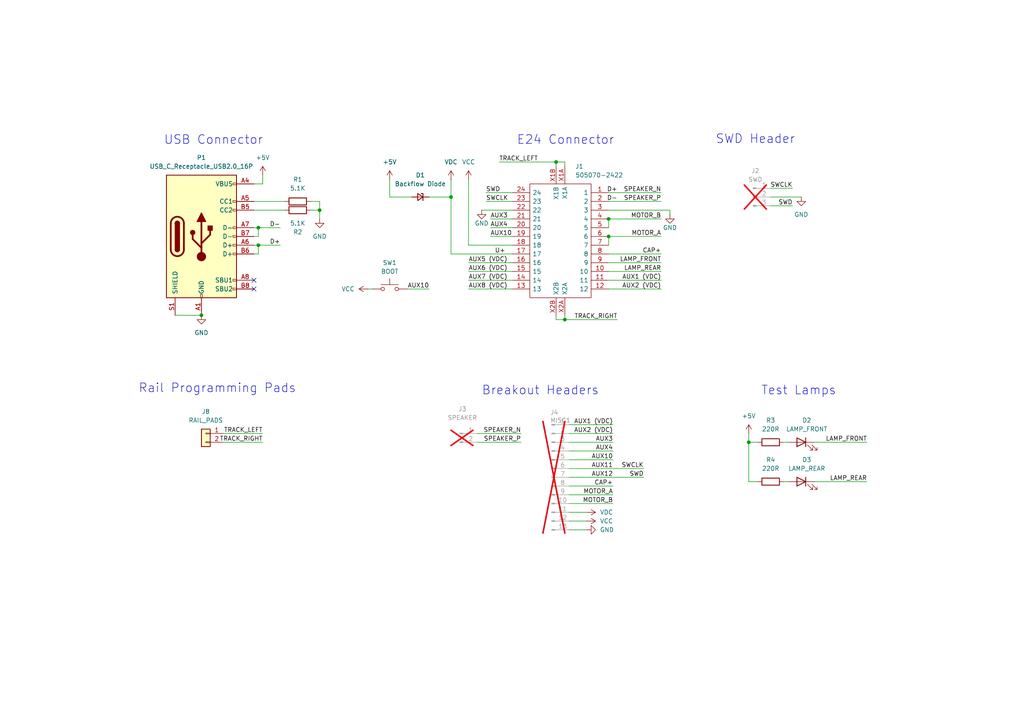
<source format=kicad_sch>
(kicad_sch (version 20231120) (generator "eeschema") (generator_version "8.0")
  (paper "A4")
  (lib_symbols
    (symbol "Connector:Conn_01x02_Pin" (pin_names (offset 1.016) hide)
      (property "Reference" "J" (at 0 2.54 0))
      (property "Value" "Conn_01x02_Pin" (at 0 -5.08 0))
      (symbol "Conn_01x02_Pin_1_1"
        (polyline (pts (xy 1.27 -2.54) (xy 0.8636 -2.54)) (stroke (width 0.1524)))
        (polyline (pts (xy 1.27 0) (xy 0.8636 0)) (stroke (width 0.1524)))
        (rectangle (start 0.8636 -2.413) (end 0 -2.667) (stroke (width 0.1524)) (fill (type outline)))
        (rectangle (start 0.8636 0.127) (end 0 -0.127) (stroke (width 0.1524)) (fill (type outline)))
        (pin passive line (at 5.08 0 180) (length 3.81) (name "Pin_1") (number "1"))
        (pin passive line (at 5.08 -2.54 180) (length 3.81) (name "Pin_2") (number "2"))
      )
    )
    (symbol "Connector:Conn_01x03_Pin" (pin_names (offset 1.016) hide)
      (property "Reference" "J" (at 0 5.08 0))
      (property "Value" "Conn_01x03_Pin" (at 0 -5.08 0))
      (symbol "Conn_01x03_Pin_1_1"
        (polyline (pts (xy 1.27 -2.54) (xy 0.8636 -2.54)) (stroke (width 0.1524)))
        (polyline (pts (xy 1.27 0) (xy 0.8636 0)) (stroke (width 0.1524)))
        (polyline (pts (xy 1.27 2.54) (xy 0.8636 2.54)) (stroke (width 0.1524)))
        (rectangle (start 0.8636 -2.413) (end 0 -2.667) (stroke (width 0.1524)) (fill (type outline)))
        (rectangle (start 0.8636 0.127) (end 0 -0.127) (stroke (width 0.1524)) (fill (type outline)))
        (rectangle (start 0.8636 2.667) (end 0 2.413) (stroke (width 0.1524)) (fill (type outline)))
        (pin passive line (at 5.08 2.54 180) (length 3.81) (name "Pin_1") (number "1"))
        (pin passive line (at 5.08 0 180) (length 3.81) (name "Pin_2") (number "2"))
        (pin passive line (at 5.08 -2.54 180) (length 3.81) (name "Pin_3") (number "3"))
      )
    )
    (symbol "Connector:Conn_01x13_Pin" (pin_names (offset 1.016) hide)
      (property "Reference" "J" (at 0 17.78 0))
      (property "Value" "Conn_01x13_Pin" (at 0 -17.78 0))
      (symbol "Conn_01x13_Pin_1_1"
        (polyline (pts (xy 1.27 -15.24) (xy 0.8636 -15.24)) (stroke (width 0.1524)))
        (polyline (pts (xy 1.27 -12.7) (xy 0.8636 -12.7)) (stroke (width 0.1524)))
        (polyline (pts (xy 1.27 -10.16) (xy 0.8636 -10.16)) (stroke (width 0.1524)))
        (polyline (pts (xy 1.27 -7.62) (xy 0.8636 -7.62)) (stroke (width 0.1524)))
        (polyline (pts (xy 1.27 -5.08) (xy 0.8636 -5.08)) (stroke (width 0.1524)))
        (polyline (pts (xy 1.27 -2.54) (xy 0.8636 -2.54)) (stroke (width 0.1524)))
        (polyline (pts (xy 1.27 0) (xy 0.8636 0)) (stroke (width 0.1524)))
        (polyline (pts (xy 1.27 2.54) (xy 0.8636 2.54)) (stroke (width 0.1524)))
        (polyline (pts (xy 1.27 5.08) (xy 0.8636 5.08)) (stroke (width 0.1524)))
        (polyline (pts (xy 1.27 7.62) (xy 0.8636 7.62)) (stroke (width 0.1524)))
        (polyline (pts (xy 1.27 10.16) (xy 0.8636 10.16)) (stroke (width 0.1524)))
        (polyline (pts (xy 1.27 12.7) (xy 0.8636 12.7)) (stroke (width 0.1524)))
        (polyline (pts (xy 1.27 15.24) (xy 0.8636 15.24)) (stroke (width 0.1524)))
        (rectangle (start 0.8636 -15.113) (end 0 -15.367) (stroke (width 0.1524)) (fill (type outline)))
        (rectangle (start 0.8636 -12.573) (end 0 -12.827) (stroke (width 0.1524)) (fill (type outline)))
        (rectangle (start 0.8636 -10.033) (end 0 -10.287) (stroke (width 0.1524)) (fill (type outline)))
        (rectangle (start 0.8636 -7.493) (end 0 -7.747) (stroke (width 0.1524)) (fill (type outline)))
        (rectangle (start 0.8636 -4.953) (end 0 -5.207) (stroke (width 0.1524)) (fill (type outline)))
        (rectangle (start 0.8636 -2.413) (end 0 -2.667) (stroke (width 0.1524)) (fill (type outline)))
        (rectangle (start 0.8636 0.127) (end 0 -0.127) (stroke (width 0.1524)) (fill (type outline)))
        (rectangle (start 0.8636 2.667) (end 0 2.413) (stroke (width 0.1524)) (fill (type outline)))
        (rectangle (start 0.8636 5.207) (end 0 4.953) (stroke (width 0.1524)) (fill (type outline)))
        (rectangle (start 0.8636 7.747) (end 0 7.493) (stroke (width 0.1524)) (fill (type outline)))
        (rectangle (start 0.8636 10.287) (end 0 10.033) (stroke (width 0.1524)) (fill (type outline)))
        (rectangle (start 0.8636 12.827) (end 0 12.573) (stroke (width 0.1524)) (fill (type outline)))
        (rectangle (start 0.8636 15.367) (end 0 15.113) (stroke (width 0.1524)) (fill (type outline)))
        (pin passive line (at 5.08 15.24 180) (length 3.81) (name "Pin_1") (number "1"))
        (pin passive line (at 5.08 -7.62 180) (length 3.81) (name "Pin_10") (number "10"))
        (pin passive line (at 5.08 -10.16 180) (length 3.81) (name "Pin_11") (number "11"))
        (pin passive line (at 5.08 -12.7 180) (length 3.81) (name "Pin_12") (number "12"))
        (pin passive line (at 5.08 -15.24 180) (length 3.81) (name "Pin_13") (number "13"))
        (pin passive line (at 5.08 12.7 180) (length 3.81) (name "Pin_2") (number "2"))
        (pin passive line (at 5.08 10.16 180) (length 3.81) (name "Pin_3") (number "3"))
        (pin passive line (at 5.08 7.62 180) (length 3.81) (name "Pin_4") (number "4"))
        (pin passive line (at 5.08 5.08 180) (length 3.81) (name "Pin_5") (number "5"))
        (pin passive line (at 5.08 2.54 180) (length 3.81) (name "Pin_6") (number "6"))
        (pin passive line (at 5.08 0 180) (length 3.81) (name "Pin_7") (number "7"))
        (pin passive line (at 5.08 -2.54 180) (length 3.81) (name "Pin_8") (number "8"))
        (pin passive line (at 5.08 -5.08 180) (length 3.81) (name "Pin_9") (number "9"))
      )
    )
    (symbol "Connector:USB_C_Receptacle_USB2.0_16P" (pin_names (offset 1.016))
      (property "Reference" "J" (at 0 22.225 0))
      (property "Value" "USB_C_Receptacle_USB2.0_16P" (at 0 19.685 0))
      (symbol "USB_C_Receptacle_USB2.0_16P_0_0"
        (rectangle (start -0.254 -17.78) (end 0.254 -16.764))
        (rectangle (start 10.16 -14.986) (end 9.144 -15.494))
        (rectangle (start 10.16 -12.446) (end 9.144 -12.954))
        (rectangle (start 10.16 -4.826) (end 9.144 -5.334))
        (rectangle (start 10.16 -2.286) (end 9.144 -2.794))
        (rectangle (start 10.16 0.254) (end 9.144 -0.254))
        (rectangle (start 10.16 2.794) (end 9.144 2.286))
        (rectangle (start 10.16 7.874) (end 9.144 7.366))
        (rectangle (start 10.16 10.414) (end 9.144 9.906))
        (rectangle (start 10.16 15.494) (end 9.144 14.986))
      )
      (symbol "USB_C_Receptacle_USB2.0_16P_0_1"
        (rectangle (start -10.16 17.78) (end 10.16 -17.78) (stroke (width 0.254)) (fill (type background)))
        (arc (start -8.89 -3.81) (mid -6.985 -5.7067) (end -5.08 -3.81) (stroke (width 0.508)))
        (arc (start -7.62 -3.81) (mid -6.985 -4.4423) (end -6.35 -3.81) (stroke (width 0.254)))
        (arc (start -7.62 -3.81) (mid -6.985 -4.4423) (end -6.35 -3.81) (stroke (width 0.254)) (fill (type outline)))
        (rectangle (start -7.62 -3.81) (end -6.35 3.81) (stroke (width 0.254)) (fill (type outline)))
        (arc (start -6.35 3.81) (mid -6.985 4.4423) (end -7.62 3.81) (stroke (width 0.254)))
        (arc (start -6.35 3.81) (mid -6.985 4.4423) (end -7.62 3.81) (stroke (width 0.254)) (fill (type outline)))
        (arc (start -5.08 3.81) (mid -6.985 5.7067) (end -8.89 3.81) (stroke (width 0.508)))
        (circle (center -2.54 1.143) (radius 0.635) (stroke (width 0.254)) (fill (type outline)))
        (circle (center 0 -5.842) (radius 1.27) (fill (type outline)))
        (polyline (pts (xy -8.89 -3.81) (xy -8.89 3.81)) (stroke (width 0.508)))
        (polyline (pts (xy -5.08 3.81) (xy -5.08 -3.81)) (stroke (width 0.508)))
        (polyline (pts (xy 0 -5.842) (xy 0 4.318)) (stroke (width 0.508)))
        (polyline (pts (xy 0 -3.302) (xy -2.54 -0.762) (xy -2.54 0.508)) (stroke (width 0.508)))
        (polyline (pts (xy 0 -2.032) (xy 2.54 0.508) (xy 2.54 1.778)) (stroke (width 0.508)))
        (polyline (pts (xy -1.27 4.318) (xy 0 6.858) (xy 1.27 4.318) (xy -1.27 4.318)) (stroke (width 0.254)) (fill (type outline)))
        (rectangle (start 1.905 1.778) (end 3.175 3.048) (stroke (width 0.254)) (fill (type outline)))
      )
      (symbol "USB_C_Receptacle_USB2.0_16P_1_1"
        (pin passive line (at 0 -22.86 90) (length 5.08) (name "GND") (number "A1"))
        (pin passive line (at 0 -22.86 90) (length 5.08) hide (name "GND") (number "A12"))
        (pin passive line (at 15.24 15.24 180) (length 5.08) (name "VBUS") (number "A4"))
        (pin bidirectional line (at 15.24 10.16 180) (length 5.08) (name "CC1") (number "A5"))
        (pin bidirectional line (at 15.24 -2.54 180) (length 5.08) (name "D+") (number "A6"))
        (pin bidirectional line (at 15.24 2.54 180) (length 5.08) (name "D-") (number "A7"))
        (pin bidirectional line (at 15.24 -12.7 180) (length 5.08) (name "SBU1") (number "A8"))
        (pin passive line (at 15.24 15.24 180) (length 5.08) hide (name "VBUS") (number "A9"))
        (pin passive line (at 0 -22.86 90) (length 5.08) hide (name "GND") (number "B1"))
        (pin passive line (at 0 -22.86 90) (length 5.08) hide (name "GND") (number "B12"))
        (pin passive line (at 15.24 15.24 180) (length 5.08) hide (name "VBUS") (number "B4"))
        (pin bidirectional line (at 15.24 7.62 180) (length 5.08) (name "CC2") (number "B5"))
        (pin bidirectional line (at 15.24 -5.08 180) (length 5.08) (name "D+") (number "B6"))
        (pin bidirectional line (at 15.24 0 180) (length 5.08) (name "D-") (number "B7"))
        (pin bidirectional line (at 15.24 -15.24 180) (length 5.08) (name "SBU2") (number "B8"))
        (pin passive line (at 15.24 15.24 180) (length 5.08) hide (name "VBUS") (number "B9"))
        (pin passive line (at -7.62 -22.86 90) (length 5.08) (name "SHIELD") (number "S1"))
      )
    )
    (symbol "Connector_Generic:Conn_01x02" (pin_names (offset 1.016) hide)
      (property "Reference" "J" (at 0 2.54 0))
      (property "Value" "Conn_01x02" (at 0 -5.08 0))
      (symbol "Conn_01x02_1_1"
        (rectangle (start -1.27 -2.413) (end 0 -2.667) (stroke (width 0.1524)))
        (rectangle (start -1.27 0.127) (end 0 -0.127) (stroke (width 0.1524)))
        (rectangle (start -1.27 1.27) (end 1.27 -3.81) (stroke (width 0.254)) (fill (type background)))
        (pin passive line (at -5.08 0 0) (length 3.81) (name "Pin_1") (number "1"))
        (pin passive line (at -5.08 -2.54 0) (length 3.81) (name "Pin_2") (number "2"))
      )
    )
    (symbol "Device:D_Zener_Small" (pin_numbers hide) (pin_names (offset 0.254) hide)
      (property "Reference" "D" (at 0 2.286 0))
      (property "Value" "D_Zener_Small" (at 0 -2.286 0))
      (symbol "D_Zener_Small_0_1"
        (polyline (pts (xy 0.762 0) (xy -0.762 0)))
        (polyline (pts (xy -0.254 1.016) (xy -0.762 1.016) (xy -0.762 -1.016)) (stroke (width 0.254)))
        (polyline (pts (xy 0.762 1.016) (xy -0.762 0) (xy 0.762 -1.016) (xy 0.762 1.016)) (stroke (width 0.254)))
      )
      (symbol "D_Zener_Small_1_1"
        (pin passive line (at -2.54 0 0) (length 1.778) (name "K") (number "1"))
        (pin passive line (at 2.54 0 180) (length 1.778) (name "A") (number "2"))
      )
    )
    (symbol "Device:LED" (pin_numbers hide) (pin_names (offset 1.016) hide)
      (property "Reference" "D" (at 0 2.54 0))
      (property "Value" "LED" (at 0 -2.54 0))
      (symbol "LED_0_1"
        (polyline (pts (xy -1.27 -1.27) (xy -1.27 1.27)) (stroke (width 0.254)))
        (polyline (pts (xy -1.27 0) (xy 1.27 0)))
        (polyline (pts (xy 1.27 -1.27) (xy 1.27 1.27) (xy -1.27 0) (xy 1.27 -1.27)) (stroke (width 0.254)))
        (polyline (pts (xy -3.048 -0.762) (xy -4.572 -2.286) (xy -3.81 -2.286) (xy -4.572 -2.286) (xy -4.572 -1.524)))
        (polyline (pts (xy -1.778 -0.762) (xy -3.302 -2.286) (xy -2.54 -2.286) (xy -3.302 -2.286) (xy -3.302 -1.524)))
      )
      (symbol "LED_1_1"
        (pin passive line (at -3.81 0 0) (length 2.54) (name "K") (number "1"))
        (pin passive line (at 3.81 0 180) (length 2.54) (name "A") (number "2"))
      )
    )
    (symbol "Device:R" (pin_numbers hide) (pin_names (offset 0))
      (property "Reference" "R" (at 2.032 0 90))
      (property "Value" "R" (at 0 0 90))
      (symbol "R_0_1"
        (rectangle (start -1.016 -2.54) (end 1.016 2.54) (stroke (width 0.254)))
      )
      (symbol "R_1_1"
        (pin passive line (at 0 3.81 270) (length 1.27) (name "~") (number "1"))
        (pin passive line (at 0 -3.81 90) (length 1.27) (name "~") (number "2"))
      )
    )
    (symbol "GND_1" (power) (pin_numbers hide) (pin_names (offset 0) hide)
      (property "Value" "GND" (at 0 -3.81 0))
      (symbol "GND_1_0_1"
        (polyline (pts (xy 0 0) (xy 0 -1.27) (xy 1.27 -1.27) (xy 0 -2.54) (xy -1.27 -1.27) (xy 0 -1.27)))
      )
      (symbol "GND_1_1_1"
        (pin power_in line (at 0 0 270) (length 0) (name "~") (number "1"))
      )
    )
    (symbol "Local Symbol Library:505070-2422" (pin_names (offset 0.762))
      (property "Reference" "J" (at 39.37 12.7 0))
      (property "Value" "505070-2422" (at 39.37 10.16 0))
      (symbol "505070-2422_0_1"
        (polyline (pts (xy 5.08 7.62) (xy 38.1 7.62) (xy 38.1 -10.16) (xy 5.08 -10.16) (xy 5.08 7.62)) (stroke (width 0.1524)))
      )
      (symbol "505070-2422_1_0"
        (pin passive line (at 7.62 12.7 270) (length 5.08) (name "1") (number "1"))
        (pin passive line (at 30.48 12.7 270) (length 5.08) (name "10") (number "10"))
        (pin passive line (at 33.02 12.7 270) (length 5.08) (name "11") (number "11"))
        (pin passive line (at 35.56 12.7 270) (length 5.08) (name "12") (number "12"))
        (pin passive line (at 35.56 -15.24 90) (length 5.08) (name "13") (number "13"))
        (pin passive line (at 33.02 -15.24 90) (length 5.08) (name "14") (number "14"))
        (pin passive line (at 30.48 -15.24 90) (length 5.08) (name "15") (number "15"))
        (pin passive line (at 27.94 -15.24 90) (length 5.08) (name "16") (number "16"))
        (pin passive line (at 25.4 -15.24 90) (length 5.08) (name "17") (number "17"))
        (pin passive line (at 22.86 -15.24 90) (length 5.08) (name "18") (number "18"))
        (pin passive line (at 20.32 -15.24 90) (length 5.08) (name "19") (number "19"))
        (pin passive line (at 10.16 12.7 270) (length 5.08) (name "2") (number "2"))
        (pin passive line (at 17.78 -15.24 90) (length 5.08) (name "20") (number "20"))
        (pin passive line (at 15.24 -15.24 90) (length 5.08) (name "21") (number "21"))
        (pin passive line (at 12.7 -15.24 90) (length 5.08) (name "22") (number "22"))
        (pin passive line (at 10.16 -15.24 90) (length 5.08) (name "23") (number "23"))
        (pin passive line (at 7.62 -15.24 90) (length 5.08) (name "24") (number "24"))
        (pin passive line (at 12.7 12.7 270) (length 5.08) (name "3") (number "3"))
        (pin passive line (at 15.24 12.7 270) (length 5.08) (name "4") (number "4"))
        (pin passive line (at 17.78 12.7 270) (length 5.08) (name "5") (number "5"))
        (pin passive line (at 20.32 12.7 270) (length 5.08) (name "6") (number "6"))
        (pin passive line (at 22.86 12.7 270) (length 5.08) (name "7") (number "7"))
        (pin passive line (at 25.4 12.7 270) (length 5.08) (name "8") (number "8"))
        (pin passive line (at 27.94 12.7 270) (length 5.08) (name "9") (number "9"))
        (pin passive line (at 0 0 0) (length 5.08) (name "X1A") (number "X1A"))
        (pin passive line (at 0 -2.54 0) (length 5.08) (name "X1B") (number "X1B"))
        (pin passive line (at 43.18 0 180) (length 5.08) (name "X2A") (number "X2A"))
        (pin passive line (at 43.18 -2.54 180) (length 5.08) (name "X2B") (number "X2B"))
      )
    )
    (symbol "Switch:SW_Push" (pin_numbers hide) (pin_names (offset 1.016) hide)
      (property "Reference" "SW" (at 1.27 2.54 0))
      (property "Value" "SW_Push" (at 0 -1.524 0))
      (symbol "SW_Push_0_1"
        (circle (center -2.032 0) (radius 0.508))
        (polyline (pts (xy 0 1.27) (xy 0 3.048)))
        (polyline (pts (xy 2.54 1.27) (xy -2.54 1.27)))
        (circle (center 2.032 0) (radius 0.508))
        (pin passive line (at -5.08 0 0) (length 2.54) (name "1") (number "1"))
        (pin passive line (at 5.08 0 180) (length 2.54) (name "2") (number "2"))
      )
    )
    (symbol "power:+5V" (power) (pin_numbers hide) (pin_names (offset 0) hide)
      (property "Value" "+5V" (at 0 3.556 0))
      (symbol "+5V_0_1"
        (polyline (pts (xy -0.762 1.27) (xy 0 2.54)))
        (polyline (pts (xy 0 0) (xy 0 2.54)))
        (polyline (pts (xy 0 2.54) (xy 0.762 1.27)))
      )
      (symbol "+5V_1_1"
        (pin power_in line (at 0 0 90) (length 0) (name "~") (number "1"))
      )
    )
    (symbol "power:GND" (power) (pin_numbers hide) (pin_names (offset 0) hide)
      (property "Value" "GND" (at 0 -3.81 0))
      (symbol "GND_0_1"
        (polyline (pts (xy 0 0) (xy 0 -1.27) (xy 1.27 -1.27) (xy 0 -2.54) (xy -1.27 -1.27) (xy 0 -1.27)))
      )
      (symbol "GND_1_1"
        (pin power_in line (at 0 0 270) (length 0) (name "~") (number "1"))
      )
    )
    (symbol "power:VCC" (power) (pin_numbers hide) (pin_names (offset 0) hide)
      (property "Value" "VCC" (at 0 3.556 0))
      (symbol "VCC_0_1"
        (polyline (pts (xy -0.762 1.27) (xy 0 2.54)))
        (polyline (pts (xy 0 0) (xy 0 2.54)))
        (polyline (pts (xy 0 2.54) (xy 0.762 1.27)))
      )
      (symbol "VCC_1_1"
        (pin power_in line (at 0 0 90) (length 0) (name "~") (number "1"))
      )
    )
    (symbol "power:VDC" (power) (pin_numbers hide) (pin_names (offset 0) hide)
      (property "Value" "VDC" (at 0 3.556 0))
      (symbol "VDC_0_1"
        (polyline (pts (xy -0.762 1.27) (xy 0 2.54)))
        (polyline (pts (xy 0 0) (xy 0 2.54)))
        (polyline (pts (xy 0 2.54) (xy 0.762 1.27)))
      )
      (symbol "VDC_1_1"
        (pin power_in line (at 0 0 90) (length 0) (name "~") (number "1"))
      )
    )
  )
  (junction (at 74.93 71.12))
  (junction (at 161.29 46.99))
  (junction (at 58.42 91.44))
  (junction (at 92.71 60.96))
  (junction (at 176.53 68.58))
  (junction (at 74.93 66.04))
  (junction (at 130.81 57.15))
  (junction (at 217.17 128.27))
  (junction (at 176.53 63.5))
  (junction (at 163.83 92.71))
  (no_connect (at 73.66 83.82))
  (no_connect (at 73.66 81.28))
  (wire (pts (xy 135.89 71.12) (xy 148.59 71.12)))
  (wire (pts (xy 165.1 143.51) (xy 177.8 143.51)))
  (wire (pts (xy 223.52 59.69) (xy 229.87 59.69)))
  (wire (pts (xy 74.93 73.66) (xy 74.93 71.12)))
  (wire (pts (xy 130.81 73.66) (xy 148.59 73.66)))
  (wire (pts (xy 217.17 128.27) (xy 219.71 128.27)))
  (wire (pts (xy 113.03 57.15) (xy 113.03 52.07)))
  (wire (pts (xy 144.78 46.99) (xy 161.29 46.99)))
  (wire (pts (xy 106.68 83.82) (xy 107.95 83.82)))
  (wire (pts (xy 92.71 58.42) (xy 90.17 58.42)))
  (wire (pts (xy 92.71 63.5) (xy 92.71 60.96)))
  (wire (pts (xy 64.77 125.73) (xy 76.2 125.73)))
  (wire (pts (xy 165.1 130.81) (xy 177.8 130.81)))
  (wire (pts (xy 165.1 146.05) (xy 177.8 146.05)))
  (wire (pts (xy 135.89 81.28) (xy 148.59 81.28)))
  (wire (pts (xy 142.24 63.5) (xy 148.59 63.5)))
  (wire (pts (xy 163.83 48.26) (xy 163.83 46.99)))
  (wire (pts (xy 138.43 128.27) (xy 151.13 128.27)))
  (wire (pts (xy 191.77 81.28) (xy 176.53 81.28)))
  (wire (pts (xy 74.93 66.04) (xy 81.28 66.04)))
  (wire (pts (xy 161.29 91.44) (xy 161.29 92.71)))
  (wire (pts (xy 223.52 54.61) (xy 229.87 54.61)))
  (wire (pts (xy 119.38 57.15) (xy 113.03 57.15)))
  (wire (pts (xy 165.1 148.59) (xy 170.18 148.59)))
  (wire (pts (xy 165.1 153.67) (xy 170.18 153.67)))
  (wire (pts (xy 227.33 139.7) (xy 228.6 139.7)))
  (wire (pts (xy 50.8 91.44) (xy 58.42 91.44)))
  (wire (pts (xy 163.83 92.71) (xy 179.07 92.71)))
  (wire (pts (xy 135.89 52.07) (xy 135.89 71.12)))
  (wire (pts (xy 227.33 128.27) (xy 228.6 128.27)))
  (wire (pts (xy 64.77 128.27) (xy 76.2 128.27)))
  (wire (pts (xy 165.1 123.19) (xy 177.8 123.19)))
  (wire (pts (xy 73.66 66.04) (xy 74.93 66.04)))
  (wire (pts (xy 138.43 125.73) (xy 151.13 125.73)))
  (wire (pts (xy 176.53 55.88) (xy 191.77 55.88)))
  (wire (pts (xy 163.83 91.44) (xy 163.83 92.71)))
  (wire (pts (xy 76.2 50.8) (xy 76.2 53.34)))
  (wire (pts (xy 161.29 46.99) (xy 163.83 46.99)))
  (wire (pts (xy 165.1 133.35) (xy 177.8 133.35)))
  (wire (pts (xy 73.66 71.12) (xy 74.93 71.12)))
  (wire (pts (xy 135.89 78.74) (xy 148.59 78.74)))
  (wire (pts (xy 236.22 139.7) (xy 251.46 139.7)))
  (wire (pts (xy 130.81 52.07) (xy 130.81 57.15)))
  (wire (pts (xy 191.77 78.74) (xy 176.53 78.74)))
  (wire (pts (xy 165.1 151.13) (xy 170.18 151.13)))
  (wire (pts (xy 130.81 57.15) (xy 130.81 73.66)))
  (wire (pts (xy 161.29 92.71) (xy 163.83 92.71)))
  (wire (pts (xy 142.24 66.04) (xy 148.59 66.04)))
  (wire (pts (xy 140.97 55.88) (xy 148.59 55.88)))
  (wire (pts (xy 191.77 76.2) (xy 176.53 76.2)))
  (wire (pts (xy 176.53 58.42) (xy 191.77 58.42)))
  (wire (pts (xy 191.77 83.82) (xy 176.53 83.82)))
  (wire (pts (xy 217.17 139.7) (xy 217.17 128.27)))
  (wire (pts (xy 74.93 71.12) (xy 81.28 71.12)))
  (wire (pts (xy 142.24 68.58) (xy 148.59 68.58)))
  (wire (pts (xy 176.53 63.5) (xy 176.53 66.04)))
  (wire (pts (xy 92.71 60.96) (xy 92.71 58.42)))
  (wire (pts (xy 165.1 128.27) (xy 177.8 128.27)))
  (wire (pts (xy 161.29 48.26) (xy 161.29 46.99)))
  (wire (pts (xy 76.2 53.34) (xy 73.66 53.34)))
  (wire (pts (xy 124.46 57.15) (xy 130.81 57.15)))
  (wire (pts (xy 165.1 140.97) (xy 177.8 140.97)))
  (wire (pts (xy 73.66 68.58) (xy 74.93 68.58)))
  (wire (pts (xy 74.93 68.58) (xy 74.93 66.04)))
  (wire (pts (xy 165.1 125.73) (xy 177.8 125.73)))
  (wire (pts (xy 165.1 135.89) (xy 186.69 135.89)))
  (wire (pts (xy 194.31 60.96) (xy 176.53 60.96)))
  (wire (pts (xy 165.1 138.43) (xy 186.69 138.43)))
  (wire (pts (xy 176.53 68.58) (xy 176.53 71.12)))
  (wire (pts (xy 217.17 125.73) (xy 217.17 128.27)))
  (wire (pts (xy 219.71 139.7) (xy 217.17 139.7)))
  (wire (pts (xy 73.66 73.66) (xy 74.93 73.66)))
  (wire (pts (xy 223.52 57.15) (xy 232.41 57.15)))
  (wire (pts (xy 236.22 128.27) (xy 251.46 128.27)))
  (wire (pts (xy 176.53 68.58) (xy 191.77 68.58)))
  (wire (pts (xy 194.31 62.23) (xy 194.31 60.96)))
  (wire (pts (xy 73.66 58.42) (xy 82.55 58.42)))
  (wire (pts (xy 90.17 60.96) (xy 92.71 60.96)))
  (wire (pts (xy 135.89 83.82) (xy 148.59 83.82)))
  (wire (pts (xy 140.97 58.42) (xy 148.59 58.42)))
  (wire (pts (xy 118.11 83.82) (xy 124.46 83.82)))
  (wire (pts (xy 176.53 63.5) (xy 191.77 63.5)))
  (wire (pts (xy 135.89 76.2) (xy 148.59 76.2)))
  (wire (pts (xy 191.77 73.66) (xy 176.53 73.66)))
  (wire (pts (xy 73.66 60.96) (xy 82.55 60.96)))
  (wire (pts (xy 139.7 60.96) (xy 148.59 60.96)))
  (text "Rail Programming Pads" (at 40.132 114.173 0) (effects (font (size 2.54 2.54)) (justify left bottom)))
  (text "E24 Connector" (at 149.86 42.164 0) (effects (font (size 2.54 2.54)) (justify left bottom)))
  (text "SWD Header" (at 207.518 41.91 0) (effects (font (size 2.54 2.54)) (justify left bottom)))
  (text "USB Connector" (at 47.498 42.164 0) (effects (font (size 2.54 2.54)) (justify left bottom)))
  (text "Test Lamps" (at 220.726 114.808 0) (effects (font (size 2.54 2.54)) (justify left bottom)))
  (text "Breakout Headers" (at 139.7 114.808 0) (effects (font (size 2.54 2.54)) (justify left bottom)))
  (label "AUX5 (VDC)" (at 135.89 76.2 0))
  (label "AUX10" (at 142.24 68.58 0))
  (label "D+" (at 179.07 55.88 180))
  (label "AUX3" (at 177.8 128.27 180))
  (label "SWCLK" (at 186.69 135.89 180))
  (label "AUX4" (at 142.24 66.04 0))
  (label "MOTOR_A" (at 177.8 143.51 180))
  (label "U+" (at 143.51 73.66 0))
  (label "AUX7 (VDC)" (at 135.89 81.28 0))
  (label "CAP+" (at 177.8 140.97 180))
  (label "TRACK_LEFT" (at 144.78 46.99 0))
  (label "AUX4" (at 177.8 130.81 180))
  (label "TRACK_RIGHT" (at 76.2 128.27 180))
  (label "AUX2 (VDC)" (at 191.77 83.82 180))
  (label "SPEAKER_N" (at 151.13 125.73 180))
  (label "D-" (at 81.28 66.04 180))
  (label "SWCLK" (at 229.87 54.61 180))
  (label "MOTOR_A" (at 191.77 68.58 180))
  (label "TRACK_LEFT" (at 76.2 125.73 180))
  (label "SPEAKER_P" (at 191.77 58.42 180))
  (label "SWD" (at 186.69 138.43 180))
  (label "MOTOR_B" (at 191.77 63.5 180))
  (label "LAMP_REAR" (at 251.46 139.7 180))
  (label "AUX1 (VDC)" (at 191.77 81.28 180))
  (label "AUX11" (at 177.8 135.89 180))
  (label "AUX2 (VDC)" (at 177.8 125.73 180))
  (label "CAP+" (at 191.77 73.66 180))
  (label "SWD" (at 140.97 55.88 0))
  (label "SPEAKER_P" (at 151.13 128.27 180))
  (label "AUX6 (VDC)" (at 135.89 78.74 0))
  (label "AUX8 (VDC)" (at 135.89 83.82 0))
  (label "LAMP_REAR" (at 191.77 78.74 180))
  (label "SPEAKER_N" (at 191.77 55.88 180))
  (label "LAMP_FRONT" (at 251.46 128.27 180))
  (label "LAMP_FRONT" (at 191.77 76.2 180))
  (label "D-" (at 179.07 58.42 180))
  (label "AUX1 (VDC)" (at 177.8 123.19 180))
  (label "D+" (at 81.28 71.12 180))
  (label "SWD" (at 229.87 59.69 180))
  (label "MOTOR_B" (at 177.8 146.05 180))
  (label "AUX10" (at 124.46 83.82 180))
  (label "AUX10" (at 177.8 133.35 180))
  (label "TRACK_RIGHT" (at 179.07 92.71 180))
  (label "AUX3" (at 142.24 63.5 0))
  (label "SWCLK" (at 140.97 58.42 0))
  (label "AUX12" (at 177.8 138.43 180))
  (symbol (lib_id "power:VCC") (at 170.18 151.13 270) (unit 1)
    (property "Reference" "#PWR011" (effects (hide yes)))
    (property "Value" "VCC" (at 173.99 151.1299 90) (effects (justify left)))
    (property "Description" "Power symbol creates a global label with name \"VCC\"" (effects (hide yes)))
  )
  (symbol (lib_id "power:GND") (at 170.18 153.67 90) (unit 1)
    (property "Reference" "#PWR09" (effects (hide yes)))
    (property "Value" "GND" (at 173.99 153.6699 90) (effects (justify right)))
    (property "Description" "Power symbol creates a global label with name \"GND\" , ground" (effects (hide yes)))
  )
  (symbol (lib_id "power:GND") (at 232.41 57.15 0) (mirror y) (unit 1)
    (property "Reference" "#PWR07" (effects (hide yes)))
    (property "Value" "GND" (at 232.41 62.23 0))
    (property "Description" "Power symbol creates a global label with name \"GND\" , ground" (effects (hide yes)))
  )
  (symbol (lib_id "Connector:Conn_01x02_Pin") (at 133.35 125.73 0) (unit 1) (in_bom no) (dnp yes)
    (property "Reference" "J3" (at 134.112 118.618 0))
    (property "Value" "SPEAKER" (at 134.112 121.158 0))
    (property "Footprint" "Connector_PinHeader_2.54mm:PinHeader_1x02_P2.54mm_Vertical" (effects (hide yes)))
    (property "Description" "Generic connector, single row, 01x02, script generated" (effects (hide yes)))
  )
  (symbol (lib_id "Device:LED") (at 232.41 139.7 0) (mirror y) (unit 1)
    (property "Reference" "D3" (at 233.9975 133.35 0))
    (property "Value" "LAMP_REAR" (at 233.9975 135.89 0))
    (property "Footprint" "LED_SMD:LED_0603_1608Metric_Pad1.05x0.95mm_HandSolder" (effects (hide yes)))
    (property "Description" "Light emitting diode" (effects (hide yes)))
    (property "LCSC" "C2290" (effects (hide yes)))
  )
  (symbol (lib_id "power:VDC") (at 170.18 148.59 270) (unit 1)
    (property "Reference" "#PWR013" (effects (hide yes)))
    (property "Value" "VDC" (at 173.99 148.5899 90) (effects (justify left)))
    (property "Description" "Power symbol creates a global label with name \"VDC\"" (effects (hide yes)))
  )
  (symbol (lib_id "power:+5V") (at 113.03 52.07 0) (unit 1)
    (property "Reference" "#PWR01" (effects (hide yes)))
    (property "Value" "+5V" (at 113.03 46.99 0))
    (property "Description" "Power symbol creates a global label with name \"+5V\"" (effects (hide yes)))
  )
  (symbol (lib_id "power:VDC") (at 130.81 52.07 0) (unit 1)
    (property "Reference" "#PWR012" (effects (hide yes)))
    (property "Value" "VDC" (at 130.81 46.99 0))
    (property "Description" "Power symbol creates a global label with name \"VDC\"" (effects (hide yes)))
  )
  (symbol (lib_id "Connector:USB_C_Receptacle_USB2.0_16P") (at 58.42 68.58 0) (unit 1)
    (property "Reference" "P1" (at 58.42 45.72 0))
    (property "Value" "USB_C_Receptacle_USB2.0_16P" (at 58.42 48.26 0))
    (property "Footprint" "Connector_USB:USB_C_Receptacle_GCT_USB4105-xx-A_16P_TopMnt_Horizontal" (effects (hide yes)))
    (property "Datasheet" "https://www.usb.org/sites/default/files/documents/usb_type-c.zip" (effects (hide yes)))
    (property "Description" "USB 2.0-only 16P Type-C Receptacle connector" (effects (hide yes)))
    (property "LCSC" "C2765186" (effects (hide yes)))
    (property "JLCPCB_CORRECTION" "0;-1.3;0" (effects (hide yes)))
  )
  (symbol (lib_id "Connector:Conn_01x13_Pin") (at 160.02 138.43 0) (unit 1) (dnp yes)
    (property "Reference" "J4" (at 160.782 119.634 0))
    (property "Value" "MISC1" (at 162.56 121.92 0))
    (property "Footprint" "Connector_PinHeader_2.54mm:PinHeader_1x13_P2.54mm_Vertical" (effects (hide yes)))
    (property "Description" "Generic connector, single row, 01x13, script generated" (effects (hide yes)))
  )
  (symbol (lib_id "Device:R") (at 86.36 60.96 270) (mirror x) (unit 1)
    (property "Reference" "R2" (at 86.36 67.31 90))
    (property "Value" "5.1K" (at 86.36 64.77 90))
    (property "Footprint" "Resistor_SMD:R_0805_2012Metric_Pad1.20x1.40mm_HandSolder" (effects (hide yes)))
    (property "Description" "Resistor" (effects (hide yes)))
    (property "LCSC" "C27834" (effects (hide yes)))
  )
  (symbol (lib_id "Switch:SW_Push") (at 113.03 83.82 0) (unit 1)
    (property "Reference" "SW1" (at 113.03 76.2 0))
    (property "Value" "BOOT" (at 113.03 78.74 0))
    (property "Footprint" "Local Library:Xunpu_TS-1088-AR02016" (effects (hide yes)))
    (property "Description" "Push button switch, generic, two pins" (effects (hide yes)))
    (property "LCSC" "C720477" (effects (hide yes)))
  )
  (symbol (lib_name "GND_1") (lib_id "power:GND") (at 194.31 62.23 0) (mirror y) (unit 1)
    (property "Reference" "#PWR03" (effects (hide yes)))
    (property "Value" "GND" (at 194.31 66.04 0))
    (property "Description" "Power symbol creates a global label with name \"GND\" , ground" (effects (hide yes)))
  )
  (symbol (lib_id "Device:R") (at 86.36 58.42 90) (unit 1)
    (property "Reference" "R1" (at 86.36 52.07 90))
    (property "Value" "5.1K" (at 86.36 54.61 90))
    (property "Footprint" "Resistor_SMD:R_0805_2012Metric_Pad1.20x1.40mm_HandSolder" (effects (hide yes)))
    (property "Description" "Resistor" (effects (hide yes)))
    (property "LCSC" "C27834" (effects (hide yes)))
  )
  (symbol (lib_name "GND_1") (lib_id "power:GND") (at 139.7 60.96 0) (unit 1)
    (property "Reference" "#PWR02" (effects (hide yes)))
    (property "Value" "GND" (at 139.7 64.77 0))
    (property "Description" "Power symbol creates a global label with name \"GND\" , ground" (effects (hide yes)))
  )
  (symbol (lib_id "power:GND") (at 92.71 63.5 0) (unit 1)
    (property "Reference" "#PWR06" (effects (hide yes)))
    (property "Value" "GND" (at 92.71 68.58 0))
    (property "Description" "Power symbol creates a global label with name \"GND\" , ground" (effects (hide yes)))
  )
  (symbol (lib_id "power:+5V") (at 217.17 125.73 0) (unit 1)
    (property "Reference" "#PWR08" (effects (hide yes)))
    (property "Value" "+5V" (at 217.17 120.65 0))
    (property "Description" "Power symbol creates a global label with name \"+5V\"" (effects (hide yes)))
  )
  (symbol (lib_id "power:+5V") (at 76.2 50.8 0) (unit 1)
    (property "Reference" "#PWR05" (effects (hide yes)))
    (property "Value" "+5V" (at 76.2 45.72 0))
    (property "Description" "Power symbol creates a global label with name \"+5V\"" (effects (hide yes)))
  )
  (symbol (lib_id "Local Symbol Library:505070-2422") (at 163.83 48.26 270) (unit 1)
    (property "Reference" "J1" (at 166.8465 48.26 90) (effects (justify left)))
    (property "Value" "505070-2422" (at 166.8465 50.8 90) (effects (justify left)))
    (property "Footprint" "5050702422" (effects (hide yes)))
    (property "Datasheet" "https://componentsearchengine.com/Datasheets/1/505070-2422.pdf" (effects (hide yes)))
    (property "Description" "SlimStack Board-to-Board Connector, 0.35mm Pitch, SSB RP Series, Plug, 0.60 or 0.70mm Mated Height, 2.00mm Mated Width,  Circuits, Armor Nail, 0.15mm Fitting Nail Width" (effects (hide yes)))
    (property "Description_1" "SlimStack Board-to-Board Connector, 0.35mm Pitch, SSB RP Series, Plug, 0.60 or 0.70mm Mated Height, 2.00mm Mated Width,  Circuits, Armor Nail, 0.15mm Fitting Nail Width" (effects (hide yes)))
    (property "Height" "0.53" (effects (hide yes)))
    (property "Manufacturer_Name" "Molex" (effects (hide yes)))
    (property "Manufacturer_Part_Number" "505070-2422" (effects (hide yes)))
    (property "LCSC" "C724143" (effects (hide yes)))
  )
  (symbol (lib_id "power:VCC") (at 106.68 83.82 90) (unit 1)
    (property "Reference" "#PWR010" (effects (hide yes)))
    (property "Value" "VCC" (at 102.87 83.8199 90) (effects (justify left)))
    (property "Description" "Power symbol creates a global label with name \"VCC\"" (effects (hide yes)))
  )
  (symbol (lib_id "Device:LED") (at 232.41 128.27 0) (mirror y) (unit 1)
    (property "Reference" "D2" (at 233.9975 121.92 0))
    (property "Value" "LAMP_FRONT" (at 233.9975 124.46 0))
    (property "Footprint" "LED_SMD:LED_0603_1608Metric_Pad1.05x0.95mm_HandSolder" (effects (hide yes)))
    (property "Description" "Light emitting diode" (effects (hide yes)))
    (property "LCSC" "C2290" (effects (hide yes)))
  )
  (symbol (lib_id "Device:R") (at 223.52 139.7 90) (unit 1)
    (property "Reference" "R4" (at 223.52 133.35 90))
    (property "Value" "220R" (at 223.52 135.89 90))
    (property "Footprint" "Resistor_SMD:R_0805_2012Metric_Pad1.20x1.40mm_HandSolder" (effects (hide yes)))
    (property "Description" "Resistor" (effects (hide yes)))
    (property "LCSC" "C22962" (effects (hide yes)))
  )
  (symbol (lib_id "power:VCC") (at 135.89 52.07 0) (unit 1)
    (property "Reference" "#PWR014" (effects (hide yes)))
    (property "Value" "VCC" (at 135.89 46.99 0))
    (property "Description" "Power symbol creates a global label with name \"VCC\"" (effects (hide yes)))
  )
  (symbol (lib_id "Connector:Conn_01x03_Pin") (at 218.44 57.15 0) (unit 1) (in_bom no) (dnp yes)
    (property "Reference" "J2" (at 219.075 49.53 0))
    (property "Value" "SWD" (at 219.075 52.07 0))
    (property "Footprint" "Connector_PinHeader_2.54mm:PinHeader_1x03_P2.54mm_Vertical" (effects (hide yes)))
    (property "Description" "Generic connector, single row, 01x03, script generated" (effects (hide yes)))
  )
  (symbol (lib_id "Device:R") (at 223.52 128.27 90) (unit 1)
    (property "Reference" "R3" (at 223.52 121.92 90))
    (property "Value" "220R" (at 223.52 124.46 90))
    (property "Footprint" "Resistor_SMD:R_0805_2012Metric_Pad1.20x1.40mm_HandSolder" (effects (hide yes)))
    (property "Description" "Resistor" (effects (hide yes)))
    (property "LCSC" "C22962" (effects (hide yes)))
  )
  (symbol (lib_id "Connector_Generic:Conn_01x02") (at 59.69 125.73 0) (mirror y) (unit 1) (in_bom no)
    (property "Reference" "J8" (at 59.69 119.38 0))
    (property "Value" "RAIL_PADS" (at 59.69 121.92 0))
    (property "Footprint" "Local Library:N_Gauge_Rail" (effects (hide yes)))
    (property "Description" "Generic connector, single row, 01x02, script generated (kicad-library-utils/schlib/autogen/connector/)" (effects (hide yes)))
  )
  (symbol (lib_id "power:GND") (at 58.42 91.44 0) (unit 1)
    (property "Reference" "#PWR04" (effects (hide yes)))
    (property "Value" "GND" (at 58.42 96.52 0))
    (property "Description" "Power symbol creates a global label with name \"GND\" , ground" (effects (hide yes)))
  )
  (symbol (lib_id "Device:D_Zener_Small") (at 121.92 57.15 0) (mirror y) (unit 1)
    (property "Reference" "D1" (at 121.92 50.8 0))
    (property "Value" "Backflow Diode" (at 121.92 53.34 0))
    (property "Footprint" "Diode_SMD:D_SOD-323_HandSoldering" (effects (hide yes)))
    (property "Description" "Zener diode, small symbol" (effects (hide yes)))
    (property "LCSC" "C2903905" (effects (hide yes)))
  )
)
</source>
